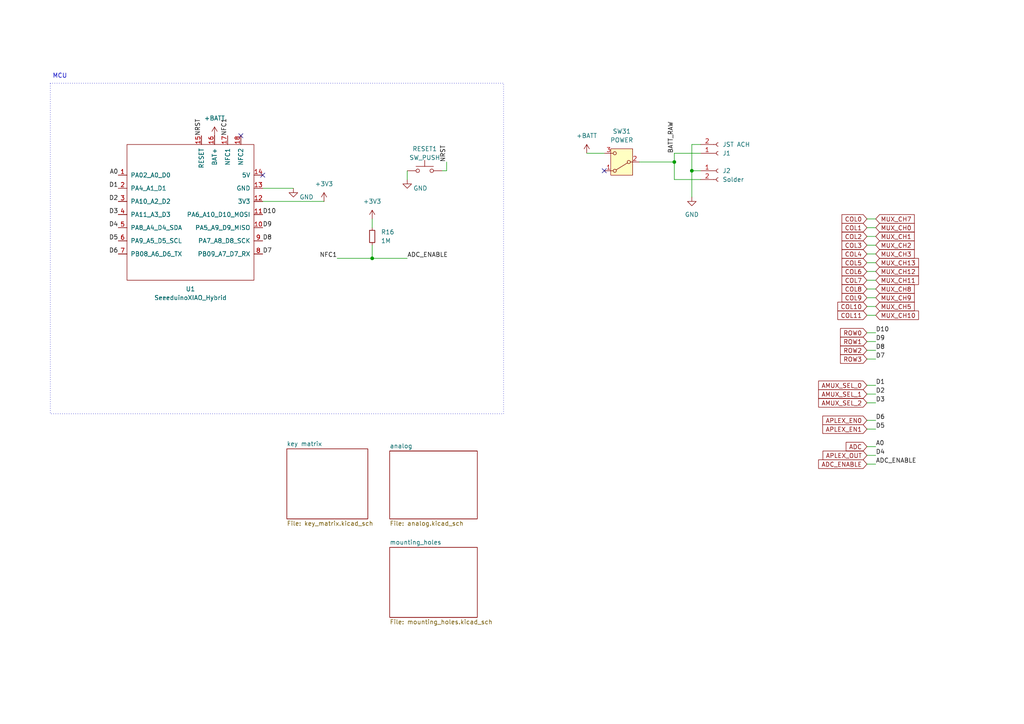
<source format=kicad_sch>
(kicad_sch (version 20231120) (generator "eeschema") (generator_version "8.0")
  (paper "A4")
  (title_block (title "katori") (date "2024-11-16") (rev "0.2") (company "grassfedreeve"))
  (lib_symbols
    (symbol "Connector:Conn_01x02_Socket" (pin_names (offset 1.016) hide)
      (property "Reference" "J" (at 0 2.54 0))
      (property "Value" "Conn_01x02_Socket" (at 0 -5.08 0))
      (symbol "Conn_01x02_Socket_1_1"
        (arc (start 0 -2.032) (mid -0.5058 -2.54) (end 0 -3.048) (stroke (width 0.1524)))
        (polyline (pts (xy -1.27 -2.54) (xy -0.508 -2.54)) (stroke (width 0.1524)))
        (polyline (pts (xy -1.27 0) (xy -0.508 0)) (stroke (width 0.1524)))
        (arc (start 0 0.508) (mid -0.5058 0) (end 0 -0.508) (stroke (width 0.1524)))
        (pin passive line (at -5.08 0 0) (length 3.81) (name "Pin_1") (number "1"))
        (pin passive line (at -5.08 -2.54 0) (length 3.81) (name "Pin_2") (number "2"))
      )
    )
    (symbol "Device:R_Small" (pin_numbers hide) (pin_names (offset 0.254) hide)
      (property "Reference" "R" (at 0.762 0.508 0))
      (property "Value" "R_Small" (at 0.762 -1.016 0))
      (symbol "R_Small_0_1"
        (rectangle (start -0.762 1.778) (end 0.762 -1.778) (stroke (width 0.2032)))
      )
      (symbol "R_Small_1_1"
        (pin passive line (at 0 2.54 270) (length 0.762) (name "~") (number "1"))
        (pin passive line (at 0 -2.54 90) (length 0.762) (name "~") (number "2"))
      )
    )
    (symbol "GND_1" (power) (pin_numbers hide) (pin_names (offset 0) hide)
      (property "Value" "GND" (at 0 -3.81 0))
      (symbol "GND_1_0_1"
        (polyline (pts (xy 0 0) (xy 0 -1.27) (xy 1.27 -1.27) (xy 0 -2.54) (xy -1.27 -1.27) (xy 0 -1.27)))
      )
      (symbol "GND_1_1_1"
        (pin power_in line (at 0 0 270) (length 0) (name "~") (number "1"))
      )
    )
    (symbol "Seeeduino-XIAO:SeeeduinoXIAO_Hybrid" (pin_names (offset 1.016))
      (property "Reference" "U1" (at -0.635 -23.8506 0))
      (property "Value" "SeeeduinoXIAO_Hybrid" (at -0.635 -26.162 0))
      (symbol "SeeeduinoXIAO_Hybrid_0_1"
        (rectangle (start -19.05 20.32) (end 17.78 -19.05))
      )
      (symbol "SeeeduinoXIAO_Hybrid_1_1"
        (pin bidirectional line (at -21.59 11.43 0) (length 2.54) (name "PA02_A0_D0") (number "1"))
        (pin bidirectional line (at 20.32 -3.81 180) (length 2.54) (name "PA5_A9_D9_MISO") (number "10"))
        (pin bidirectional line (at 20.32 0 180) (length 2.54) (name "PA6_A10_D10_MOSI") (number "11"))
        (pin power_out line (at 20.32 3.81 180) (length 2.54) (name "3V3") (number "12"))
        (pin power_out line (at 20.32 7.62 180) (length 2.54) (name "GND") (number "13"))
        (pin power_out line (at 20.32 11.43 180) (length 2.54) (name "5V") (number "14"))
        (pin input line (at 2.54 22.86 270) (length 2.54) (name "RESET") (number "15"))
        (pin power_in line (at 6.35 22.86 270) (length 2.54) (name "BAT+") (number "16"))
        (pin bidirectional line (at 10.16 22.86 270) (length 2.54) (name "NFC1") (number "17"))
        (pin bidirectional line (at 13.97 22.86 270) (length 2.54) (name "NFC2") (number "18"))
        (pin bidirectional line (at -21.59 7.62 0) (length 2.54) (name "PA4_A1_D1") (number "2"))
        (pin bidirectional line (at -21.59 3.81 0) (length 2.54) (name "PA10_A2_D2") (number "3"))
        (pin unspecified line (at -21.59 0 0) (length 2.54) (name "PA11_A3_D3") (number "4"))
        (pin bidirectional line (at -21.59 -3.81 0) (length 2.54) (name "PA8_A4_D4_SDA") (number "5"))
        (pin bidirectional line (at -21.59 -7.62 0) (length 2.54) (name "PA9_A5_D5_SCL") (number "6"))
        (pin bidirectional line (at -21.59 -11.43 0) (length 2.54) (name "PB08_A6_D6_TX") (number "7"))
        (pin bidirectional line (at 20.32 -11.43 180) (length 2.54) (name "PB09_A7_D7_RX") (number "8"))
        (pin bidirectional line (at 20.32 -7.62 180) (length 2.54) (name "PA7_A8_D8_SCK") (number "9"))
      )
    )
    (symbol "Switch:SW_Push" (pin_numbers hide) (pin_names (offset 1.016) hide)
      (property "Reference" "SW" (at 1.27 2.54 0))
      (property "Value" "SW_Push" (at 0 -1.524 0))
      (symbol "SW_Push_0_1"
        (circle (center -2.032 0) (radius 0.508))
        (polyline (pts (xy 0 1.27) (xy 0 3.048)))
        (polyline (pts (xy 2.54 1.27) (xy -2.54 1.27)))
        (circle (center 2.032 0) (radius 0.508))
        (pin passive line (at -5.08 0 0) (length 2.54) (name "1") (number "1"))
        (pin passive line (at 5.08 0 180) (length 2.54) (name "2") (number "2"))
      )
    )
    (symbol "Switch:SW_SPDT" (pin_names (offset 0) hide)
      (property "Reference" "SW" (at 0 5.08 0))
      (property "Value" "SW_SPDT" (at 0 -5.08 0))
      (symbol "SW_SPDT_0_1"
        (circle (center -2.032 0) (radius 0.4572))
        (polyline (pts (xy -1.651 0.254) (xy 1.651 2.286)))
        (circle (center 2.032 -2.54) (radius 0.4572))
        (circle (center 2.032 2.54) (radius 0.4572))
      )
      (symbol "SW_SPDT_1_1"
        (rectangle (start -3.175 3.81) (end 3.175 -3.81) (fill (type background)))
        (pin passive line (at 5.08 2.54 180) (length 2.54) (name "A") (number "1"))
        (pin passive line (at -5.08 0 0) (length 2.54) (name "B") (number "2"))
        (pin passive line (at 5.08 -2.54 180) (length 2.54) (name "C") (number "3"))
      )
    )
    (symbol "power:+3V3" (power) (pin_numbers hide) (pin_names (offset 0) hide)
      (property "Value" "+3V3" (at 0 3.556 0))
      (symbol "+3V3_0_1"
        (polyline (pts (xy -0.762 1.27) (xy 0 2.54)))
        (polyline (pts (xy 0 0) (xy 0 2.54)))
        (polyline (pts (xy 0 2.54) (xy 0.762 1.27)))
      )
      (symbol "+3V3_1_1"
        (pin power_in line (at 0 0 90) (length 0) (name "~") (number "1"))
      )
    )
    (symbol "power:+BATT" (power) (pin_numbers hide) (pin_names (offset 0) hide)
      (property "Value" "+BATT" (at 0 3.556 0))
      (symbol "+BATT_0_1"
        (polyline (pts (xy -0.762 1.27) (xy 0 2.54)))
        (polyline (pts (xy 0 0) (xy 0 2.54)))
        (polyline (pts (xy 0 2.54) (xy 0.762 1.27)))
      )
      (symbol "+BATT_1_1"
        (pin power_in line (at 0 0 90) (length 0) (name "~") (number "1"))
      )
    )
    (symbol "power:GND" (power) (pin_names (offset 0))
      (property "Value" "GND" (at 0 -3.81 0))
      (symbol "GND_0_1"
        (polyline (pts (xy 0 0) (xy 0 -1.27) (xy 1.27 -1.27) (xy 0 -2.54) (xy -1.27 -1.27) (xy 0 -1.27)))
      )
      (symbol "GND_1_1"
        (pin power_in line (at 0 0 270) (length 0) hide (name "GND") (number "1"))
      )
    )
  )
  (junction (at 107.95 74.93))
  (junction (at 200.66 49.53))
  (junction (at 195.58 46.99))
  (no_connect (at 76.2 50.8))
  (no_connect (at 175.26 49.53))
  (no_connect (at 69.85 39.37))
  (wire (pts (xy 251.46 63.5) (xy 254 63.5)))
  (wire (pts (xy 107.95 74.93) (xy 118.11 74.93)))
  (wire (pts (xy 251.46 101.6) (xy 254 101.6)))
  (wire (pts (xy 200.66 49.53) (xy 203.2 49.53)))
  (wire (pts (xy 251.46 96.52) (xy 254 96.52)))
  (wire (pts (xy 251.46 71.12) (xy 254 71.12)))
  (wire (pts (xy 170.18 44.45) (xy 175.26 44.45)))
  (wire (pts (xy 251.46 99.06) (xy 254 99.06)))
  (wire (pts (xy 251.46 86.36) (xy 254 86.36)))
  (wire (pts (xy 251.46 121.92) (xy 254 121.92)))
  (wire (pts (xy 251.46 129.54) (xy 254 129.54)))
  (wire (pts (xy 251.46 68.58) (xy 254 68.58)))
  (wire (pts (xy 251.46 104.14) (xy 254 104.14)))
  (wire (pts (xy 251.46 124.46) (xy 254 124.46)))
  (wire (pts (xy 251.46 111.76) (xy 254 111.76)))
  (wire (pts (xy 251.46 73.66) (xy 254 73.66)))
  (wire (pts (xy 251.46 81.28) (xy 254 81.28)))
  (wire (pts (xy 195.58 52.07) (xy 203.2 52.07)))
  (wire (pts (xy 200.66 41.91) (xy 200.66 49.53)))
  (wire (pts (xy 97.79 74.93) (xy 107.95 74.93)))
  (wire (pts (xy 254 116.84) (xy 251.46 116.84)))
  (wire (pts (xy 251.46 132.08) (xy 254 132.08)))
  (wire (pts (xy 251.46 78.74) (xy 254 78.74)))
  (wire (pts (xy 251.46 83.82) (xy 254 83.82)))
  (wire (pts (xy 76.2 58.42) (xy 93.98 58.42)))
  (wire (pts (xy 107.95 71.12) (xy 107.95 74.93)))
  (wire (pts (xy 76.2 54.61) (xy 85.09 54.61)))
  (wire (pts (xy 128.27 49.53) (xy 129.54 49.53)))
  (wire (pts (xy 251.46 91.44) (xy 254 91.44)))
  (wire (pts (xy 251.46 134.62) (xy 254 134.62)))
  (wire (pts (xy 251.46 66.04) (xy 254 66.04)))
  (wire (pts (xy 118.11 49.53) (xy 118.11 52.07)))
  (wire (pts (xy 251.46 76.2) (xy 254 76.2)))
  (wire (pts (xy 203.2 41.91) (xy 200.66 41.91)))
  (wire (pts (xy 251.46 88.9) (xy 254 88.9)))
  (wire (pts (xy 129.54 49.53) (xy 129.54 46.99)))
  (wire (pts (xy 251.46 114.3) (xy 254 114.3)))
  (wire (pts (xy 200.66 49.53) (xy 200.66 57.15)))
  (wire (pts (xy 195.58 44.45) (xy 195.58 46.99)))
  (wire (pts (xy 195.58 46.99) (xy 195.58 52.07)))
  (wire (pts (xy 185.42 46.99) (xy 195.58 46.99)))
  (wire (pts (xy 203.2 44.45) (xy 195.58 44.45)))
  (wire (pts (xy 107.95 63.5) (xy 107.95 66.04)))
  (rectangle (start 14.605 24.13) (end 146.05 120.015) (stroke (width 0) (type dot)))
  (text "MCU" (at 15.24 22.86 0) (effects (font (size 1.27 1.27)) (justify left bottom)))
  (label "D3" (at 34.29 62.23 180))
  (label "ADC_ENABLE" (at 118.11 74.93 0))
  (label "D1" (at 34.29 54.61 180))
  (label "D7" (at 254 104.14 0))
  (label "D8" (at 254 101.6 0))
  (label "D2" (at 34.29 58.42 180))
  (label "NRST" (at 58.42 39.37 90))
  (label "D5" (at 254 124.46 0))
  (label "D6" (at 254 121.92 0))
  (label "A0" (at 34.29 50.8 180))
  (label "D8" (at 76.2 69.85 0))
  (label "A0" (at 254 129.54 0))
  (label "BATT_RAW" (at 195.58 44.45 90))
  (label "D2" (at 254 114.3 0))
  (label "D10" (at 76.2 62.23 0))
  (label "D9" (at 254 99.06 0))
  (label "D4" (at 254 132.08 0))
  (label "NRST" (at 129.54 46.99 90))
  (label "D7" (at 76.2 73.66 0))
  (label "D10" (at 254 96.52 0))
  (label "D5" (at 34.29 69.85 180))
  (label "NFC1" (at 66.04 39.37 90))
  (label "D4" (at 34.29 66.04 180))
  (label "D6" (at 34.29 73.66 180))
  (label "ADC_ENABLE" (at 254 134.62 0))
  (label "D9" (at 76.2 66.04 0))
  (label "D1" (at 254 111.76 0))
  (label "NFC1" (at 97.79 74.93 180))
  (label "D3" (at 254 116.84 0))
  (global_label "AMUX_SEL_2" (shape input) (at 251.46 116.84 180) (property "Intersheetrefs" "${INTERSHEET_REFS}" (effects (hide yes))))
  (global_label "ROW0" (shape input) (at 251.46 96.52 180) (property "Intersheetrefs" "${INTERSHEET_REFS}" (effects (hide yes))))
  (global_label "MUX_CH2" (shape input) (at 254 71.12 0) (property "Intersheetrefs" "${INTERSHEET_REFS}" (effects (hide yes))))
  (global_label "COL11" (shape input) (at 251.46 91.44 180) (property "Intersheetrefs" "${INTERSHEET_REFS}" (effects (hide yes))))
  (global_label "AMUX_SEL_1" (shape input) (at 251.46 114.3 180) (property "Intersheetrefs" "${INTERSHEET_REFS}" (effects (hide yes))))
  (global_label "COL5" (shape input) (at 251.46 76.2 180) (property "Intersheetrefs" "${INTERSHEET_REFS}" (effects (hide yes))))
  (global_label "ADC" (shape input) (at 251.46 129.54 180) (property "Intersheetrefs" "${INTERSHEET_REFS}" (effects (hide yes))))
  (global_label "COL3" (shape input) (at 251.46 71.12 180) (property "Intersheetrefs" "${INTERSHEET_REFS}" (effects (hide yes))))
  (global_label "ADC_ENABLE" (shape input) (at 251.46 134.62 180) (property "Intersheetrefs" "${INTERSHEET_REFS}" (effects (hide yes))))
  (global_label "MUX_CH13" (shape input) (at 254 76.2 0) (property "Intersheetrefs" "${INTERSHEET_REFS}" (effects (hide yes))))
  (global_label "COL4" (shape input) (at 251.46 73.66 180) (property "Intersheetrefs" "${INTERSHEET_REFS}" (effects (hide yes))))
  (global_label "AMUX_SEL_0" (shape input) (at 251.46 111.76 180) (property "Intersheetrefs" "${INTERSHEET_REFS}" (effects (hide yes))))
  (global_label "MUX_CH8" (shape input) (at 254 83.82 0) (property "Intersheetrefs" "${INTERSHEET_REFS}" (effects (hide yes))))
  (global_label "ROW2" (shape input) (at 251.46 101.6 180) (property "Intersheetrefs" "${INTERSHEET_REFS}" (effects (hide yes))))
  (global_label "MUX_CH12" (shape input) (at 254 78.74 0) (property "Intersheetrefs" "${INTERSHEET_REFS}" (effects (hide yes))))
  (global_label "MUX_CH7" (shape input) (at 254 63.5 0) (property "Intersheetrefs" "${INTERSHEET_REFS}" (effects (hide yes))))
  (global_label "COL10" (shape input) (at 251.46 88.9 180) (property "Intersheetrefs" "${INTERSHEET_REFS}" (effects (hide yes))))
  (global_label "APLEX_EN0" (shape input) (at 251.46 121.92 180) (property "Intersheetrefs" "${INTERSHEET_REFS}" (effects (hide yes))))
  (global_label "COL0" (shape input) (at 251.46 63.5 180) (property "Intersheetrefs" "${INTERSHEET_REFS}" (effects (hide yes))))
  (global_label "MUX_CH5" (shape input) (at 254 88.9 0) (property "Intersheetrefs" "${INTERSHEET_REFS}" (effects (hide yes))))
  (global_label "COL6" (shape input) (at 251.46 78.74 180) (property "Intersheetrefs" "${INTERSHEET_REFS}" (effects (hide yes))))
  (global_label "MUX_CH9" (shape input) (at 254 86.36 0) (property "Intersheetrefs" "${INTERSHEET_REFS}" (effects (hide yes))))
  (global_label "MUX_CH1" (shape input) (at 254 68.58 0) (property "Intersheetrefs" "${INTERSHEET_REFS}" (effects (hide yes))))
  (global_label "ROW1" (shape input) (at 251.46 99.06 180) (property "Intersheetrefs" "${INTERSHEET_REFS}" (effects (hide yes))))
  (global_label "MUX_CH3" (shape input) (at 254 73.66 0) (property "Intersheetrefs" "${INTERSHEET_REFS}" (effects (hide yes))))
  (global_label "COL2" (shape input) (at 251.46 68.58 180) (property "Intersheetrefs" "${INTERSHEET_REFS}" (effects (hide yes))))
  (global_label "MUX_CH10" (shape input) (at 254 91.44 0) (property "Intersheetrefs" "${INTERSHEET_REFS}" (effects (hide yes))))
  (global_label "MUX_CH0" (shape input) (at 254 66.04 0) (property "Intersheetrefs" "${INTERSHEET_REFS}" (effects (hide yes))))
  (global_label "MUX_CH11" (shape input) (at 254 81.28 0) (property "Intersheetrefs" "${INTERSHEET_REFS}" (effects (hide yes))))
  (global_label "ROW3" (shape input) (at 251.46 104.14 180) (property "Intersheetrefs" "${INTERSHEET_REFS}" (effects (hide yes))))
  (global_label "APLEX_EN1" (shape input) (at 251.46 124.46 180) (property "Intersheetrefs" "${INTERSHEET_REFS}" (effects (hide yes))))
  (global_label "COL7" (shape input) (at 251.46 81.28 180) (property "Intersheetrefs" "${INTERSHEET_REFS}" (effects (hide yes))))
  (global_label "APLEX_OUT" (shape input) (at 251.46 132.08 180) (property "Intersheetrefs" "${INTERSHEET_REFS}" (effects (hide yes))))
  (global_label "COL1" (shape input) (at 251.46 66.04 180) (property "Intersheetrefs" "${INTERSHEET_REFS}" (effects (hide yes))))
  (global_label "COL9" (shape input) (at 251.46 86.36 180) (property "Intersheetrefs" "${INTERSHEET_REFS}" (effects (hide yes))))
  (global_label "COL8" (shape input) (at 251.46 83.82 180) (property "Intersheetrefs" "${INTERSHEET_REFS}" (effects (hide yes))))
  (symbol (lib_id "Switch:SW_Push") (at 123.19 49.53 0) (unit 1)
    (property "Reference" "RESET1" (at 123.19 43.18 0))
    (property "Value" "SW_PUSH" (at 123.19 45.72 0))
    (property "Footprint" "Button_Switch_THT:SW_PUSH_1P1T_6x3.5mm_H5.0_APEM_MJTP1250" (effects (hide yes)))
  )
  (symbol (lib_name "GND_1") (lib_id "power:GND") (at 200.66 57.15 0) (unit 1)
    (property "Reference" "#PWR020" (effects (hide yes)))
    (property "Value" "GND" (at 200.66 62.23 0))
    (property "Description" "Power symbol creates a global label with name \"GND\" , ground" (effects (hide yes)))
  )
  (symbol (lib_id "power:GND") (at 118.11 52.07 0) (unit 1)
    (property "Reference" "#PWR021" (effects (hide yes)))
    (property "Value" "GND" (at 121.92 54.61 0))
  )
  (symbol (lib_id "Seeeduino-XIAO:SeeeduinoXIAO_Hybrid") (at 55.88 62.23 0) (unit 1)
    (property "Reference" "U1" (at 55.245 83.82 0))
    (property "Value" "SeeeduinoXIAO_Hybrid" (at 55.245 86.36 0))
    (property "Footprint" "katori:xiao-ble-tht-cutout-topre-no-reset-outline" (effects (hide yes)))
  )
  (symbol (lib_id "Device:R_Small") (at 107.95 68.58 0) (unit 1)
    (property "Reference" "R16" (at 110.49 67.3099 0) (effects (justify left)))
    (property "Value" "1M" (at 110.49 69.8499 0) (effects (justify left)))
    (property "Footprint" "Resistor_SMD:R_0603_1608Metric_Pad0.98x0.95mm_HandSolder" (effects (hide yes)))
    (property "Description" "Resistor, small symbol" (effects (hide yes)))
    (property "LCSC" "C22935" (effects (hide yes)))
  )
  (symbol (lib_id "Connector:Conn_01x02_Socket") (at 208.28 44.45 0) (mirror x) (unit 1)
    (property "Reference" "J1" (at 209.55 44.4501 0) (effects (justify left)))
    (property "Value" "JST ACH" (at 209.55 41.9101 0) (effects (justify left)))
    (property "Footprint" "Connector_JST:JST_ACH_BM02B-ACHSS-GAN-ETF_1x02-1MP_P1.20mm_Vertical" (effects (hide yes)))
    (property "Description" "Generic connector, single row, 01x02, script generated" (effects (hide yes)))
    (property "LCSC" "C5118738" (effects (hide yes)))
  )
  (symbol (lib_id "power:+BATT") (at 62.23 39.37 0) (unit 1)
    (property "Reference" "#PWR019" (effects (hide yes)))
    (property "Value" "+BATT" (at 62.23 34.29 0))
    (property "Description" "Power symbol creates a global label with name \"+BATT\"" (effects (hide yes)))
  )
  (symbol (lib_id "power:+BATT") (at 170.18 44.45 0) (unit 1)
    (property "Reference" "#PWR02" (effects (hide yes)))
    (property "Value" "+BATT" (at 170.18 39.37 0))
    (property "Description" "Power symbol creates a global label with name \"+BATT\"" (effects (hide yes)))
  )
  (symbol (lib_id "Connector:Conn_01x02_Socket") (at 208.28 49.53 0) (unit 1)
    (property "Reference" "J2" (at 209.55 49.5299 0) (effects (justify left)))
    (property "Value" "Solder" (at 209.55 52.0699 0) (effects (justify left)))
    (property "Footprint" "Connector_PinHeader_2.54mm:PinHeader_1x02_P2.54mm_Vertical" (effects (hide yes)))
    (property "Description" "Generic connector, single row, 01x02, script generated" (effects (hide yes)))
    (property "LCSC" "C5118738" (effects (hide yes)))
  )
  (symbol (lib_id "power:+3V3") (at 107.95 63.5 0) (unit 1)
    (property "Reference" "#PWR022" (effects (hide yes)))
    (property "Value" "+3V3" (at 107.95 58.42 0))
    (property "Description" "Power symbol creates a global label with name \"+3V3\"" (effects (hide yes)))
  )
  (symbol (lib_id "power:+3V3") (at 93.98 58.42 0) (unit 1)
    (property "Reference" "#PWR03" (effects (hide yes)))
    (property "Value" "+3V3" (at 93.98 53.34 0))
    (property "Description" "Power symbol creates a global label with name \"+3V3\"" (effects (hide yes)))
  )
  (symbol (lib_id "power:GND") (at 85.09 54.61 0) (unit 1)
    (property "Reference" "#PWR01" (effects (hide yes)))
    (property "Value" "GND" (at 88.9 57.15 0))
  )
  (symbol (lib_id "Switch:SW_SPDT") (at 180.34 46.99 180) (unit 1)
    (property "Reference" "SW31" (at 180.34 38.1 0))
    (property "Value" "POWER" (at 180.34 40.64 0))
    (property "Footprint" "Button_Switch_SMD:SW_SPDT_PCM12" (effects (hide yes)))
    (property "Description" "Switch, single pole double throw" (effects (hide yes)))
    (property "LCSC" "C221841" (effects (hide yes)))
  )
  (sheet (at 113.03 130.81) (size 25.4 19.685) (stroke (width 0.1524))
    (property "Sheetname" "analog" (at 113.03 130.0984 0) (effects (justify left bottom)))
    (property "Sheetfile" "analog.kicad_sch" (at 113.03 151.0796 0) (effects (justify left top)))
  )
  (sheet (at 83.185 130.175) (size 23.495 20.32) (stroke (width 0.1524))
    (property "Sheetname" "key matrix" (at 83.185 129.4634 0) (effects (justify left bottom)))
    (property "Sheetfile" "key_matrix.kicad_sch" (at 83.185 151.0796 0) (effects (justify left top)))
  )
  (sheet (at 113.03 158.75) (size 25.4 20.32) (stroke (width 0.1524))
    (property "Sheetname" "mounting_holes" (at 113.03 158.0384 0) (effects (justify left bottom)))
    (property "Sheetfile" "mounting_holes.kicad_sch" (at 113.03 179.6546 0) (effects (justify left top)))
  )
)
</source>
